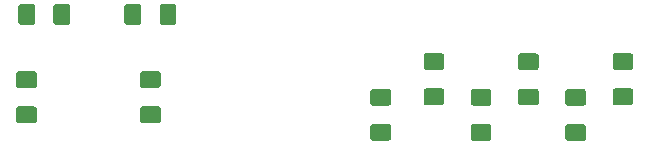
<source format=gbr>
%TF.GenerationSoftware,KiCad,Pcbnew,(5.1.5)-3*%
%TF.CreationDate,2020-05-16T12:13:26+02:00*%
%TF.ProjectId,30_PCB,33305f50-4342-42e6-9b69-6361645f7063,V1.1*%
%TF.SameCoordinates,Original*%
%TF.FileFunction,Paste,Top*%
%TF.FilePolarity,Positive*%
%FSLAX46Y46*%
G04 Gerber Fmt 4.6, Leading zero omitted, Abs format (unit mm)*
G04 Created by KiCad (PCBNEW (5.1.5)-3) date 2020-05-16 12:13:26*
%MOMM*%
%LPD*%
G04 APERTURE LIST*
%ADD10C,0.100000*%
G04 APERTURE END LIST*
D10*
G36*
X92149504Y-73276204D02*
G01*
X92173773Y-73279804D01*
X92197571Y-73285765D01*
X92220671Y-73294030D01*
X92242849Y-73304520D01*
X92263893Y-73317133D01*
X92283598Y-73331747D01*
X92301777Y-73348223D01*
X92318253Y-73366402D01*
X92332867Y-73386107D01*
X92345480Y-73407151D01*
X92355970Y-73429329D01*
X92364235Y-73452429D01*
X92370196Y-73476227D01*
X92373796Y-73500496D01*
X92375000Y-73525000D01*
X92375000Y-74450000D01*
X92373796Y-74474504D01*
X92370196Y-74498773D01*
X92364235Y-74522571D01*
X92355970Y-74545671D01*
X92345480Y-74567849D01*
X92332867Y-74588893D01*
X92318253Y-74608598D01*
X92301777Y-74626777D01*
X92283598Y-74643253D01*
X92263893Y-74657867D01*
X92242849Y-74670480D01*
X92220671Y-74680970D01*
X92197571Y-74689235D01*
X92173773Y-74695196D01*
X92149504Y-74698796D01*
X92125000Y-74700000D01*
X90875000Y-74700000D01*
X90850496Y-74698796D01*
X90826227Y-74695196D01*
X90802429Y-74689235D01*
X90779329Y-74680970D01*
X90757151Y-74670480D01*
X90736107Y-74657867D01*
X90716402Y-74643253D01*
X90698223Y-74626777D01*
X90681747Y-74608598D01*
X90667133Y-74588893D01*
X90654520Y-74567849D01*
X90644030Y-74545671D01*
X90635765Y-74522571D01*
X90629804Y-74498773D01*
X90626204Y-74474504D01*
X90625000Y-74450000D01*
X90625000Y-73525000D01*
X90626204Y-73500496D01*
X90629804Y-73476227D01*
X90635765Y-73452429D01*
X90644030Y-73429329D01*
X90654520Y-73407151D01*
X90667133Y-73386107D01*
X90681747Y-73366402D01*
X90698223Y-73348223D01*
X90716402Y-73331747D01*
X90736107Y-73317133D01*
X90757151Y-73304520D01*
X90779329Y-73294030D01*
X90802429Y-73285765D01*
X90826227Y-73279804D01*
X90850496Y-73276204D01*
X90875000Y-73275000D01*
X92125000Y-73275000D01*
X92149504Y-73276204D01*
G37*
G36*
X92149504Y-70301204D02*
G01*
X92173773Y-70304804D01*
X92197571Y-70310765D01*
X92220671Y-70319030D01*
X92242849Y-70329520D01*
X92263893Y-70342133D01*
X92283598Y-70356747D01*
X92301777Y-70373223D01*
X92318253Y-70391402D01*
X92332867Y-70411107D01*
X92345480Y-70432151D01*
X92355970Y-70454329D01*
X92364235Y-70477429D01*
X92370196Y-70501227D01*
X92373796Y-70525496D01*
X92375000Y-70550000D01*
X92375000Y-71475000D01*
X92373796Y-71499504D01*
X92370196Y-71523773D01*
X92364235Y-71547571D01*
X92355970Y-71570671D01*
X92345480Y-71592849D01*
X92332867Y-71613893D01*
X92318253Y-71633598D01*
X92301777Y-71651777D01*
X92283598Y-71668253D01*
X92263893Y-71682867D01*
X92242849Y-71695480D01*
X92220671Y-71705970D01*
X92197571Y-71714235D01*
X92173773Y-71720196D01*
X92149504Y-71723796D01*
X92125000Y-71725000D01*
X90875000Y-71725000D01*
X90850496Y-71723796D01*
X90826227Y-71720196D01*
X90802429Y-71714235D01*
X90779329Y-71705970D01*
X90757151Y-71695480D01*
X90736107Y-71682867D01*
X90716402Y-71668253D01*
X90698223Y-71651777D01*
X90681747Y-71633598D01*
X90667133Y-71613893D01*
X90654520Y-71592849D01*
X90644030Y-71570671D01*
X90635765Y-71547571D01*
X90629804Y-71523773D01*
X90626204Y-71499504D01*
X90625000Y-71475000D01*
X90625000Y-70550000D01*
X90626204Y-70525496D01*
X90629804Y-70501227D01*
X90635765Y-70477429D01*
X90644030Y-70454329D01*
X90654520Y-70432151D01*
X90667133Y-70411107D01*
X90681747Y-70391402D01*
X90698223Y-70373223D01*
X90716402Y-70356747D01*
X90736107Y-70342133D01*
X90757151Y-70329520D01*
X90779329Y-70319030D01*
X90802429Y-70310765D01*
X90826227Y-70304804D01*
X90850496Y-70301204D01*
X90875000Y-70300000D01*
X92125000Y-70300000D01*
X92149504Y-70301204D01*
G37*
G36*
X111649504Y-74776204D02*
G01*
X111673773Y-74779804D01*
X111697571Y-74785765D01*
X111720671Y-74794030D01*
X111742849Y-74804520D01*
X111763893Y-74817133D01*
X111783598Y-74831747D01*
X111801777Y-74848223D01*
X111818253Y-74866402D01*
X111832867Y-74886107D01*
X111845480Y-74907151D01*
X111855970Y-74929329D01*
X111864235Y-74952429D01*
X111870196Y-74976227D01*
X111873796Y-75000496D01*
X111875000Y-75025000D01*
X111875000Y-75950000D01*
X111873796Y-75974504D01*
X111870196Y-75998773D01*
X111864235Y-76022571D01*
X111855970Y-76045671D01*
X111845480Y-76067849D01*
X111832867Y-76088893D01*
X111818253Y-76108598D01*
X111801777Y-76126777D01*
X111783598Y-76143253D01*
X111763893Y-76157867D01*
X111742849Y-76170480D01*
X111720671Y-76180970D01*
X111697571Y-76189235D01*
X111673773Y-76195196D01*
X111649504Y-76198796D01*
X111625000Y-76200000D01*
X110375000Y-76200000D01*
X110350496Y-76198796D01*
X110326227Y-76195196D01*
X110302429Y-76189235D01*
X110279329Y-76180970D01*
X110257151Y-76170480D01*
X110236107Y-76157867D01*
X110216402Y-76143253D01*
X110198223Y-76126777D01*
X110181747Y-76108598D01*
X110167133Y-76088893D01*
X110154520Y-76067849D01*
X110144030Y-76045671D01*
X110135765Y-76022571D01*
X110129804Y-75998773D01*
X110126204Y-75974504D01*
X110125000Y-75950000D01*
X110125000Y-75025000D01*
X110126204Y-75000496D01*
X110129804Y-74976227D01*
X110135765Y-74952429D01*
X110144030Y-74929329D01*
X110154520Y-74907151D01*
X110167133Y-74886107D01*
X110181747Y-74866402D01*
X110198223Y-74848223D01*
X110216402Y-74831747D01*
X110236107Y-74817133D01*
X110257151Y-74804520D01*
X110279329Y-74794030D01*
X110302429Y-74785765D01*
X110326227Y-74779804D01*
X110350496Y-74776204D01*
X110375000Y-74775000D01*
X111625000Y-74775000D01*
X111649504Y-74776204D01*
G37*
G36*
X111649504Y-71801204D02*
G01*
X111673773Y-71804804D01*
X111697571Y-71810765D01*
X111720671Y-71819030D01*
X111742849Y-71829520D01*
X111763893Y-71842133D01*
X111783598Y-71856747D01*
X111801777Y-71873223D01*
X111818253Y-71891402D01*
X111832867Y-71911107D01*
X111845480Y-71932151D01*
X111855970Y-71954329D01*
X111864235Y-71977429D01*
X111870196Y-72001227D01*
X111873796Y-72025496D01*
X111875000Y-72050000D01*
X111875000Y-72975000D01*
X111873796Y-72999504D01*
X111870196Y-73023773D01*
X111864235Y-73047571D01*
X111855970Y-73070671D01*
X111845480Y-73092849D01*
X111832867Y-73113893D01*
X111818253Y-73133598D01*
X111801777Y-73151777D01*
X111783598Y-73168253D01*
X111763893Y-73182867D01*
X111742849Y-73195480D01*
X111720671Y-73205970D01*
X111697571Y-73214235D01*
X111673773Y-73220196D01*
X111649504Y-73223796D01*
X111625000Y-73225000D01*
X110375000Y-73225000D01*
X110350496Y-73223796D01*
X110326227Y-73220196D01*
X110302429Y-73214235D01*
X110279329Y-73205970D01*
X110257151Y-73195480D01*
X110236107Y-73182867D01*
X110216402Y-73168253D01*
X110198223Y-73151777D01*
X110181747Y-73133598D01*
X110167133Y-73113893D01*
X110154520Y-73092849D01*
X110144030Y-73070671D01*
X110135765Y-73047571D01*
X110129804Y-73023773D01*
X110126204Y-72999504D01*
X110125000Y-72975000D01*
X110125000Y-72050000D01*
X110126204Y-72025496D01*
X110129804Y-72001227D01*
X110135765Y-71977429D01*
X110144030Y-71954329D01*
X110154520Y-71932151D01*
X110167133Y-71911107D01*
X110181747Y-71891402D01*
X110198223Y-71873223D01*
X110216402Y-71856747D01*
X110236107Y-71842133D01*
X110257151Y-71829520D01*
X110279329Y-71819030D01*
X110302429Y-71810765D01*
X110326227Y-71804804D01*
X110350496Y-71801204D01*
X110375000Y-71800000D01*
X111625000Y-71800000D01*
X111649504Y-71801204D01*
G37*
G36*
X120149504Y-71801204D02*
G01*
X120173773Y-71804804D01*
X120197571Y-71810765D01*
X120220671Y-71819030D01*
X120242849Y-71829520D01*
X120263893Y-71842133D01*
X120283598Y-71856747D01*
X120301777Y-71873223D01*
X120318253Y-71891402D01*
X120332867Y-71911107D01*
X120345480Y-71932151D01*
X120355970Y-71954329D01*
X120364235Y-71977429D01*
X120370196Y-72001227D01*
X120373796Y-72025496D01*
X120375000Y-72050000D01*
X120375000Y-72975000D01*
X120373796Y-72999504D01*
X120370196Y-73023773D01*
X120364235Y-73047571D01*
X120355970Y-73070671D01*
X120345480Y-73092849D01*
X120332867Y-73113893D01*
X120318253Y-73133598D01*
X120301777Y-73151777D01*
X120283598Y-73168253D01*
X120263893Y-73182867D01*
X120242849Y-73195480D01*
X120220671Y-73205970D01*
X120197571Y-73214235D01*
X120173773Y-73220196D01*
X120149504Y-73223796D01*
X120125000Y-73225000D01*
X118875000Y-73225000D01*
X118850496Y-73223796D01*
X118826227Y-73220196D01*
X118802429Y-73214235D01*
X118779329Y-73205970D01*
X118757151Y-73195480D01*
X118736107Y-73182867D01*
X118716402Y-73168253D01*
X118698223Y-73151777D01*
X118681747Y-73133598D01*
X118667133Y-73113893D01*
X118654520Y-73092849D01*
X118644030Y-73070671D01*
X118635765Y-73047571D01*
X118629804Y-73023773D01*
X118626204Y-72999504D01*
X118625000Y-72975000D01*
X118625000Y-72050000D01*
X118626204Y-72025496D01*
X118629804Y-72001227D01*
X118635765Y-71977429D01*
X118644030Y-71954329D01*
X118654520Y-71932151D01*
X118667133Y-71911107D01*
X118681747Y-71891402D01*
X118698223Y-71873223D01*
X118716402Y-71856747D01*
X118736107Y-71842133D01*
X118757151Y-71829520D01*
X118779329Y-71819030D01*
X118802429Y-71810765D01*
X118826227Y-71804804D01*
X118850496Y-71801204D01*
X118875000Y-71800000D01*
X120125000Y-71800000D01*
X120149504Y-71801204D01*
G37*
G36*
X120149504Y-74776204D02*
G01*
X120173773Y-74779804D01*
X120197571Y-74785765D01*
X120220671Y-74794030D01*
X120242849Y-74804520D01*
X120263893Y-74817133D01*
X120283598Y-74831747D01*
X120301777Y-74848223D01*
X120318253Y-74866402D01*
X120332867Y-74886107D01*
X120345480Y-74907151D01*
X120355970Y-74929329D01*
X120364235Y-74952429D01*
X120370196Y-74976227D01*
X120373796Y-75000496D01*
X120375000Y-75025000D01*
X120375000Y-75950000D01*
X120373796Y-75974504D01*
X120370196Y-75998773D01*
X120364235Y-76022571D01*
X120355970Y-76045671D01*
X120345480Y-76067849D01*
X120332867Y-76088893D01*
X120318253Y-76108598D01*
X120301777Y-76126777D01*
X120283598Y-76143253D01*
X120263893Y-76157867D01*
X120242849Y-76170480D01*
X120220671Y-76180970D01*
X120197571Y-76189235D01*
X120173773Y-76195196D01*
X120149504Y-76198796D01*
X120125000Y-76200000D01*
X118875000Y-76200000D01*
X118850496Y-76198796D01*
X118826227Y-76195196D01*
X118802429Y-76189235D01*
X118779329Y-76180970D01*
X118757151Y-76170480D01*
X118736107Y-76157867D01*
X118716402Y-76143253D01*
X118698223Y-76126777D01*
X118681747Y-76108598D01*
X118667133Y-76088893D01*
X118654520Y-76067849D01*
X118644030Y-76045671D01*
X118635765Y-76022571D01*
X118629804Y-75998773D01*
X118626204Y-75974504D01*
X118625000Y-75950000D01*
X118625000Y-75025000D01*
X118626204Y-75000496D01*
X118629804Y-74976227D01*
X118635765Y-74952429D01*
X118644030Y-74929329D01*
X118654520Y-74907151D01*
X118667133Y-74886107D01*
X118681747Y-74866402D01*
X118698223Y-74848223D01*
X118716402Y-74831747D01*
X118736107Y-74817133D01*
X118757151Y-74804520D01*
X118779329Y-74794030D01*
X118802429Y-74785765D01*
X118826227Y-74779804D01*
X118850496Y-74776204D01*
X118875000Y-74775000D01*
X120125000Y-74775000D01*
X120149504Y-74776204D01*
G37*
G36*
X128149504Y-74788704D02*
G01*
X128173773Y-74792304D01*
X128197571Y-74798265D01*
X128220671Y-74806530D01*
X128242849Y-74817020D01*
X128263893Y-74829633D01*
X128283598Y-74844247D01*
X128301777Y-74860723D01*
X128318253Y-74878902D01*
X128332867Y-74898607D01*
X128345480Y-74919651D01*
X128355970Y-74941829D01*
X128364235Y-74964929D01*
X128370196Y-74988727D01*
X128373796Y-75012996D01*
X128375000Y-75037500D01*
X128375000Y-75962500D01*
X128373796Y-75987004D01*
X128370196Y-76011273D01*
X128364235Y-76035071D01*
X128355970Y-76058171D01*
X128345480Y-76080349D01*
X128332867Y-76101393D01*
X128318253Y-76121098D01*
X128301777Y-76139277D01*
X128283598Y-76155753D01*
X128263893Y-76170367D01*
X128242849Y-76182980D01*
X128220671Y-76193470D01*
X128197571Y-76201735D01*
X128173773Y-76207696D01*
X128149504Y-76211296D01*
X128125000Y-76212500D01*
X126875000Y-76212500D01*
X126850496Y-76211296D01*
X126826227Y-76207696D01*
X126802429Y-76201735D01*
X126779329Y-76193470D01*
X126757151Y-76182980D01*
X126736107Y-76170367D01*
X126716402Y-76155753D01*
X126698223Y-76139277D01*
X126681747Y-76121098D01*
X126667133Y-76101393D01*
X126654520Y-76080349D01*
X126644030Y-76058171D01*
X126635765Y-76035071D01*
X126629804Y-76011273D01*
X126626204Y-75987004D01*
X126625000Y-75962500D01*
X126625000Y-75037500D01*
X126626204Y-75012996D01*
X126629804Y-74988727D01*
X126635765Y-74964929D01*
X126644030Y-74941829D01*
X126654520Y-74919651D01*
X126667133Y-74898607D01*
X126681747Y-74878902D01*
X126698223Y-74860723D01*
X126716402Y-74844247D01*
X126736107Y-74829633D01*
X126757151Y-74817020D01*
X126779329Y-74806530D01*
X126802429Y-74798265D01*
X126826227Y-74792304D01*
X126850496Y-74788704D01*
X126875000Y-74787500D01*
X128125000Y-74787500D01*
X128149504Y-74788704D01*
G37*
G36*
X128149504Y-71813704D02*
G01*
X128173773Y-71817304D01*
X128197571Y-71823265D01*
X128220671Y-71831530D01*
X128242849Y-71842020D01*
X128263893Y-71854633D01*
X128283598Y-71869247D01*
X128301777Y-71885723D01*
X128318253Y-71903902D01*
X128332867Y-71923607D01*
X128345480Y-71944651D01*
X128355970Y-71966829D01*
X128364235Y-71989929D01*
X128370196Y-72013727D01*
X128373796Y-72037996D01*
X128375000Y-72062500D01*
X128375000Y-72987500D01*
X128373796Y-73012004D01*
X128370196Y-73036273D01*
X128364235Y-73060071D01*
X128355970Y-73083171D01*
X128345480Y-73105349D01*
X128332867Y-73126393D01*
X128318253Y-73146098D01*
X128301777Y-73164277D01*
X128283598Y-73180753D01*
X128263893Y-73195367D01*
X128242849Y-73207980D01*
X128220671Y-73218470D01*
X128197571Y-73226735D01*
X128173773Y-73232696D01*
X128149504Y-73236296D01*
X128125000Y-73237500D01*
X126875000Y-73237500D01*
X126850496Y-73236296D01*
X126826227Y-73232696D01*
X126802429Y-73226735D01*
X126779329Y-73218470D01*
X126757151Y-73207980D01*
X126736107Y-73195367D01*
X126716402Y-73180753D01*
X126698223Y-73164277D01*
X126681747Y-73146098D01*
X126667133Y-73126393D01*
X126654520Y-73105349D01*
X126644030Y-73083171D01*
X126635765Y-73060071D01*
X126629804Y-73036273D01*
X126626204Y-73012004D01*
X126625000Y-72987500D01*
X126625000Y-72062500D01*
X126626204Y-72037996D01*
X126629804Y-72013727D01*
X126635765Y-71989929D01*
X126644030Y-71966829D01*
X126654520Y-71944651D01*
X126667133Y-71923607D01*
X126681747Y-71903902D01*
X126698223Y-71885723D01*
X126716402Y-71869247D01*
X126736107Y-71854633D01*
X126757151Y-71842020D01*
X126779329Y-71831530D01*
X126802429Y-71823265D01*
X126826227Y-71817304D01*
X126850496Y-71813704D01*
X126875000Y-71812500D01*
X128125000Y-71812500D01*
X128149504Y-71813704D01*
G37*
G36*
X81649504Y-70313704D02*
G01*
X81673773Y-70317304D01*
X81697571Y-70323265D01*
X81720671Y-70331530D01*
X81742849Y-70342020D01*
X81763893Y-70354633D01*
X81783598Y-70369247D01*
X81801777Y-70385723D01*
X81818253Y-70403902D01*
X81832867Y-70423607D01*
X81845480Y-70444651D01*
X81855970Y-70466829D01*
X81864235Y-70489929D01*
X81870196Y-70513727D01*
X81873796Y-70537996D01*
X81875000Y-70562500D01*
X81875000Y-71487500D01*
X81873796Y-71512004D01*
X81870196Y-71536273D01*
X81864235Y-71560071D01*
X81855970Y-71583171D01*
X81845480Y-71605349D01*
X81832867Y-71626393D01*
X81818253Y-71646098D01*
X81801777Y-71664277D01*
X81783598Y-71680753D01*
X81763893Y-71695367D01*
X81742849Y-71707980D01*
X81720671Y-71718470D01*
X81697571Y-71726735D01*
X81673773Y-71732696D01*
X81649504Y-71736296D01*
X81625000Y-71737500D01*
X80375000Y-71737500D01*
X80350496Y-71736296D01*
X80326227Y-71732696D01*
X80302429Y-71726735D01*
X80279329Y-71718470D01*
X80257151Y-71707980D01*
X80236107Y-71695367D01*
X80216402Y-71680753D01*
X80198223Y-71664277D01*
X80181747Y-71646098D01*
X80167133Y-71626393D01*
X80154520Y-71605349D01*
X80144030Y-71583171D01*
X80135765Y-71560071D01*
X80129804Y-71536273D01*
X80126204Y-71512004D01*
X80125000Y-71487500D01*
X80125000Y-70562500D01*
X80126204Y-70537996D01*
X80129804Y-70513727D01*
X80135765Y-70489929D01*
X80144030Y-70466829D01*
X80154520Y-70444651D01*
X80167133Y-70423607D01*
X80181747Y-70403902D01*
X80198223Y-70385723D01*
X80216402Y-70369247D01*
X80236107Y-70354633D01*
X80257151Y-70342020D01*
X80279329Y-70331530D01*
X80302429Y-70323265D01*
X80326227Y-70317304D01*
X80350496Y-70313704D01*
X80375000Y-70312500D01*
X81625000Y-70312500D01*
X81649504Y-70313704D01*
G37*
G36*
X81649504Y-73288704D02*
G01*
X81673773Y-73292304D01*
X81697571Y-73298265D01*
X81720671Y-73306530D01*
X81742849Y-73317020D01*
X81763893Y-73329633D01*
X81783598Y-73344247D01*
X81801777Y-73360723D01*
X81818253Y-73378902D01*
X81832867Y-73398607D01*
X81845480Y-73419651D01*
X81855970Y-73441829D01*
X81864235Y-73464929D01*
X81870196Y-73488727D01*
X81873796Y-73512996D01*
X81875000Y-73537500D01*
X81875000Y-74462500D01*
X81873796Y-74487004D01*
X81870196Y-74511273D01*
X81864235Y-74535071D01*
X81855970Y-74558171D01*
X81845480Y-74580349D01*
X81832867Y-74601393D01*
X81818253Y-74621098D01*
X81801777Y-74639277D01*
X81783598Y-74655753D01*
X81763893Y-74670367D01*
X81742849Y-74682980D01*
X81720671Y-74693470D01*
X81697571Y-74701735D01*
X81673773Y-74707696D01*
X81649504Y-74711296D01*
X81625000Y-74712500D01*
X80375000Y-74712500D01*
X80350496Y-74711296D01*
X80326227Y-74707696D01*
X80302429Y-74701735D01*
X80279329Y-74693470D01*
X80257151Y-74682980D01*
X80236107Y-74670367D01*
X80216402Y-74655753D01*
X80198223Y-74639277D01*
X80181747Y-74621098D01*
X80167133Y-74601393D01*
X80154520Y-74580349D01*
X80144030Y-74558171D01*
X80135765Y-74535071D01*
X80129804Y-74511273D01*
X80126204Y-74487004D01*
X80125000Y-74462500D01*
X80125000Y-73537500D01*
X80126204Y-73512996D01*
X80129804Y-73488727D01*
X80135765Y-73464929D01*
X80144030Y-73441829D01*
X80154520Y-73419651D01*
X80167133Y-73398607D01*
X80181747Y-73378902D01*
X80198223Y-73360723D01*
X80216402Y-73344247D01*
X80236107Y-73329633D01*
X80257151Y-73317020D01*
X80279329Y-73306530D01*
X80302429Y-73298265D01*
X80326227Y-73292304D01*
X80350496Y-73288704D01*
X80375000Y-73287500D01*
X81625000Y-73287500D01*
X81649504Y-73288704D01*
G37*
G36*
X116149504Y-71763704D02*
G01*
X116173773Y-71767304D01*
X116197571Y-71773265D01*
X116220671Y-71781530D01*
X116242849Y-71792020D01*
X116263893Y-71804633D01*
X116283598Y-71819247D01*
X116301777Y-71835723D01*
X116318253Y-71853902D01*
X116332867Y-71873607D01*
X116345480Y-71894651D01*
X116355970Y-71916829D01*
X116364235Y-71939929D01*
X116370196Y-71963727D01*
X116373796Y-71987996D01*
X116375000Y-72012500D01*
X116375000Y-72937500D01*
X116373796Y-72962004D01*
X116370196Y-72986273D01*
X116364235Y-73010071D01*
X116355970Y-73033171D01*
X116345480Y-73055349D01*
X116332867Y-73076393D01*
X116318253Y-73096098D01*
X116301777Y-73114277D01*
X116283598Y-73130753D01*
X116263893Y-73145367D01*
X116242849Y-73157980D01*
X116220671Y-73168470D01*
X116197571Y-73176735D01*
X116173773Y-73182696D01*
X116149504Y-73186296D01*
X116125000Y-73187500D01*
X114875000Y-73187500D01*
X114850496Y-73186296D01*
X114826227Y-73182696D01*
X114802429Y-73176735D01*
X114779329Y-73168470D01*
X114757151Y-73157980D01*
X114736107Y-73145367D01*
X114716402Y-73130753D01*
X114698223Y-73114277D01*
X114681747Y-73096098D01*
X114667133Y-73076393D01*
X114654520Y-73055349D01*
X114644030Y-73033171D01*
X114635765Y-73010071D01*
X114629804Y-72986273D01*
X114626204Y-72962004D01*
X114625000Y-72937500D01*
X114625000Y-72012500D01*
X114626204Y-71987996D01*
X114629804Y-71963727D01*
X114635765Y-71939929D01*
X114644030Y-71916829D01*
X114654520Y-71894651D01*
X114667133Y-71873607D01*
X114681747Y-71853902D01*
X114698223Y-71835723D01*
X114716402Y-71819247D01*
X114736107Y-71804633D01*
X114757151Y-71792020D01*
X114779329Y-71781530D01*
X114802429Y-71773265D01*
X114826227Y-71767304D01*
X114850496Y-71763704D01*
X114875000Y-71762500D01*
X116125000Y-71762500D01*
X116149504Y-71763704D01*
G37*
G36*
X116149504Y-68788704D02*
G01*
X116173773Y-68792304D01*
X116197571Y-68798265D01*
X116220671Y-68806530D01*
X116242849Y-68817020D01*
X116263893Y-68829633D01*
X116283598Y-68844247D01*
X116301777Y-68860723D01*
X116318253Y-68878902D01*
X116332867Y-68898607D01*
X116345480Y-68919651D01*
X116355970Y-68941829D01*
X116364235Y-68964929D01*
X116370196Y-68988727D01*
X116373796Y-69012996D01*
X116375000Y-69037500D01*
X116375000Y-69962500D01*
X116373796Y-69987004D01*
X116370196Y-70011273D01*
X116364235Y-70035071D01*
X116355970Y-70058171D01*
X116345480Y-70080349D01*
X116332867Y-70101393D01*
X116318253Y-70121098D01*
X116301777Y-70139277D01*
X116283598Y-70155753D01*
X116263893Y-70170367D01*
X116242849Y-70182980D01*
X116220671Y-70193470D01*
X116197571Y-70201735D01*
X116173773Y-70207696D01*
X116149504Y-70211296D01*
X116125000Y-70212500D01*
X114875000Y-70212500D01*
X114850496Y-70211296D01*
X114826227Y-70207696D01*
X114802429Y-70201735D01*
X114779329Y-70193470D01*
X114757151Y-70182980D01*
X114736107Y-70170367D01*
X114716402Y-70155753D01*
X114698223Y-70139277D01*
X114681747Y-70121098D01*
X114667133Y-70101393D01*
X114654520Y-70080349D01*
X114644030Y-70058171D01*
X114635765Y-70035071D01*
X114629804Y-70011273D01*
X114626204Y-69987004D01*
X114625000Y-69962500D01*
X114625000Y-69037500D01*
X114626204Y-69012996D01*
X114629804Y-68988727D01*
X114635765Y-68964929D01*
X114644030Y-68941829D01*
X114654520Y-68919651D01*
X114667133Y-68898607D01*
X114681747Y-68878902D01*
X114698223Y-68860723D01*
X114716402Y-68844247D01*
X114736107Y-68829633D01*
X114757151Y-68817020D01*
X114779329Y-68806530D01*
X114802429Y-68798265D01*
X114826227Y-68792304D01*
X114850496Y-68788704D01*
X114875000Y-68787500D01*
X116125000Y-68787500D01*
X116149504Y-68788704D01*
G37*
G36*
X124149504Y-68801204D02*
G01*
X124173773Y-68804804D01*
X124197571Y-68810765D01*
X124220671Y-68819030D01*
X124242849Y-68829520D01*
X124263893Y-68842133D01*
X124283598Y-68856747D01*
X124301777Y-68873223D01*
X124318253Y-68891402D01*
X124332867Y-68911107D01*
X124345480Y-68932151D01*
X124355970Y-68954329D01*
X124364235Y-68977429D01*
X124370196Y-69001227D01*
X124373796Y-69025496D01*
X124375000Y-69050000D01*
X124375000Y-69975000D01*
X124373796Y-69999504D01*
X124370196Y-70023773D01*
X124364235Y-70047571D01*
X124355970Y-70070671D01*
X124345480Y-70092849D01*
X124332867Y-70113893D01*
X124318253Y-70133598D01*
X124301777Y-70151777D01*
X124283598Y-70168253D01*
X124263893Y-70182867D01*
X124242849Y-70195480D01*
X124220671Y-70205970D01*
X124197571Y-70214235D01*
X124173773Y-70220196D01*
X124149504Y-70223796D01*
X124125000Y-70225000D01*
X122875000Y-70225000D01*
X122850496Y-70223796D01*
X122826227Y-70220196D01*
X122802429Y-70214235D01*
X122779329Y-70205970D01*
X122757151Y-70195480D01*
X122736107Y-70182867D01*
X122716402Y-70168253D01*
X122698223Y-70151777D01*
X122681747Y-70133598D01*
X122667133Y-70113893D01*
X122654520Y-70092849D01*
X122644030Y-70070671D01*
X122635765Y-70047571D01*
X122629804Y-70023773D01*
X122626204Y-69999504D01*
X122625000Y-69975000D01*
X122625000Y-69050000D01*
X122626204Y-69025496D01*
X122629804Y-69001227D01*
X122635765Y-68977429D01*
X122644030Y-68954329D01*
X122654520Y-68932151D01*
X122667133Y-68911107D01*
X122681747Y-68891402D01*
X122698223Y-68873223D01*
X122716402Y-68856747D01*
X122736107Y-68842133D01*
X122757151Y-68829520D01*
X122779329Y-68819030D01*
X122802429Y-68810765D01*
X122826227Y-68804804D01*
X122850496Y-68801204D01*
X122875000Y-68800000D01*
X124125000Y-68800000D01*
X124149504Y-68801204D01*
G37*
G36*
X124149504Y-71776204D02*
G01*
X124173773Y-71779804D01*
X124197571Y-71785765D01*
X124220671Y-71794030D01*
X124242849Y-71804520D01*
X124263893Y-71817133D01*
X124283598Y-71831747D01*
X124301777Y-71848223D01*
X124318253Y-71866402D01*
X124332867Y-71886107D01*
X124345480Y-71907151D01*
X124355970Y-71929329D01*
X124364235Y-71952429D01*
X124370196Y-71976227D01*
X124373796Y-72000496D01*
X124375000Y-72025000D01*
X124375000Y-72950000D01*
X124373796Y-72974504D01*
X124370196Y-72998773D01*
X124364235Y-73022571D01*
X124355970Y-73045671D01*
X124345480Y-73067849D01*
X124332867Y-73088893D01*
X124318253Y-73108598D01*
X124301777Y-73126777D01*
X124283598Y-73143253D01*
X124263893Y-73157867D01*
X124242849Y-73170480D01*
X124220671Y-73180970D01*
X124197571Y-73189235D01*
X124173773Y-73195196D01*
X124149504Y-73198796D01*
X124125000Y-73200000D01*
X122875000Y-73200000D01*
X122850496Y-73198796D01*
X122826227Y-73195196D01*
X122802429Y-73189235D01*
X122779329Y-73180970D01*
X122757151Y-73170480D01*
X122736107Y-73157867D01*
X122716402Y-73143253D01*
X122698223Y-73126777D01*
X122681747Y-73108598D01*
X122667133Y-73088893D01*
X122654520Y-73067849D01*
X122644030Y-73045671D01*
X122635765Y-73022571D01*
X122629804Y-72998773D01*
X122626204Y-72974504D01*
X122625000Y-72950000D01*
X122625000Y-72025000D01*
X122626204Y-72000496D01*
X122629804Y-71976227D01*
X122635765Y-71952429D01*
X122644030Y-71929329D01*
X122654520Y-71907151D01*
X122667133Y-71886107D01*
X122681747Y-71866402D01*
X122698223Y-71848223D01*
X122716402Y-71831747D01*
X122736107Y-71817133D01*
X122757151Y-71804520D01*
X122779329Y-71794030D01*
X122802429Y-71785765D01*
X122826227Y-71779804D01*
X122850496Y-71776204D01*
X122875000Y-71775000D01*
X124125000Y-71775000D01*
X124149504Y-71776204D01*
G37*
G36*
X132149504Y-71763704D02*
G01*
X132173773Y-71767304D01*
X132197571Y-71773265D01*
X132220671Y-71781530D01*
X132242849Y-71792020D01*
X132263893Y-71804633D01*
X132283598Y-71819247D01*
X132301777Y-71835723D01*
X132318253Y-71853902D01*
X132332867Y-71873607D01*
X132345480Y-71894651D01*
X132355970Y-71916829D01*
X132364235Y-71939929D01*
X132370196Y-71963727D01*
X132373796Y-71987996D01*
X132375000Y-72012500D01*
X132375000Y-72937500D01*
X132373796Y-72962004D01*
X132370196Y-72986273D01*
X132364235Y-73010071D01*
X132355970Y-73033171D01*
X132345480Y-73055349D01*
X132332867Y-73076393D01*
X132318253Y-73096098D01*
X132301777Y-73114277D01*
X132283598Y-73130753D01*
X132263893Y-73145367D01*
X132242849Y-73157980D01*
X132220671Y-73168470D01*
X132197571Y-73176735D01*
X132173773Y-73182696D01*
X132149504Y-73186296D01*
X132125000Y-73187500D01*
X130875000Y-73187500D01*
X130850496Y-73186296D01*
X130826227Y-73182696D01*
X130802429Y-73176735D01*
X130779329Y-73168470D01*
X130757151Y-73157980D01*
X130736107Y-73145367D01*
X130716402Y-73130753D01*
X130698223Y-73114277D01*
X130681747Y-73096098D01*
X130667133Y-73076393D01*
X130654520Y-73055349D01*
X130644030Y-73033171D01*
X130635765Y-73010071D01*
X130629804Y-72986273D01*
X130626204Y-72962004D01*
X130625000Y-72937500D01*
X130625000Y-72012500D01*
X130626204Y-71987996D01*
X130629804Y-71963727D01*
X130635765Y-71939929D01*
X130644030Y-71916829D01*
X130654520Y-71894651D01*
X130667133Y-71873607D01*
X130681747Y-71853902D01*
X130698223Y-71835723D01*
X130716402Y-71819247D01*
X130736107Y-71804633D01*
X130757151Y-71792020D01*
X130779329Y-71781530D01*
X130802429Y-71773265D01*
X130826227Y-71767304D01*
X130850496Y-71763704D01*
X130875000Y-71762500D01*
X132125000Y-71762500D01*
X132149504Y-71763704D01*
G37*
G36*
X132149504Y-68788704D02*
G01*
X132173773Y-68792304D01*
X132197571Y-68798265D01*
X132220671Y-68806530D01*
X132242849Y-68817020D01*
X132263893Y-68829633D01*
X132283598Y-68844247D01*
X132301777Y-68860723D01*
X132318253Y-68878902D01*
X132332867Y-68898607D01*
X132345480Y-68919651D01*
X132355970Y-68941829D01*
X132364235Y-68964929D01*
X132370196Y-68988727D01*
X132373796Y-69012996D01*
X132375000Y-69037500D01*
X132375000Y-69962500D01*
X132373796Y-69987004D01*
X132370196Y-70011273D01*
X132364235Y-70035071D01*
X132355970Y-70058171D01*
X132345480Y-70080349D01*
X132332867Y-70101393D01*
X132318253Y-70121098D01*
X132301777Y-70139277D01*
X132283598Y-70155753D01*
X132263893Y-70170367D01*
X132242849Y-70182980D01*
X132220671Y-70193470D01*
X132197571Y-70201735D01*
X132173773Y-70207696D01*
X132149504Y-70211296D01*
X132125000Y-70212500D01*
X130875000Y-70212500D01*
X130850496Y-70211296D01*
X130826227Y-70207696D01*
X130802429Y-70201735D01*
X130779329Y-70193470D01*
X130757151Y-70182980D01*
X130736107Y-70170367D01*
X130716402Y-70155753D01*
X130698223Y-70139277D01*
X130681747Y-70121098D01*
X130667133Y-70101393D01*
X130654520Y-70080349D01*
X130644030Y-70058171D01*
X130635765Y-70035071D01*
X130629804Y-70011273D01*
X130626204Y-69987004D01*
X130625000Y-69962500D01*
X130625000Y-69037500D01*
X130626204Y-69012996D01*
X130629804Y-68988727D01*
X130635765Y-68964929D01*
X130644030Y-68941829D01*
X130654520Y-68919651D01*
X130667133Y-68898607D01*
X130681747Y-68878902D01*
X130698223Y-68860723D01*
X130716402Y-68844247D01*
X130736107Y-68829633D01*
X130757151Y-68817020D01*
X130779329Y-68806530D01*
X130802429Y-68798265D01*
X130826227Y-68792304D01*
X130850496Y-68788704D01*
X130875000Y-68787500D01*
X132125000Y-68787500D01*
X132149504Y-68788704D01*
G37*
G36*
X93474504Y-64626204D02*
G01*
X93498773Y-64629804D01*
X93522571Y-64635765D01*
X93545671Y-64644030D01*
X93567849Y-64654520D01*
X93588893Y-64667133D01*
X93608598Y-64681747D01*
X93626777Y-64698223D01*
X93643253Y-64716402D01*
X93657867Y-64736107D01*
X93670480Y-64757151D01*
X93680970Y-64779329D01*
X93689235Y-64802429D01*
X93695196Y-64826227D01*
X93698796Y-64850496D01*
X93700000Y-64875000D01*
X93700000Y-66125000D01*
X93698796Y-66149504D01*
X93695196Y-66173773D01*
X93689235Y-66197571D01*
X93680970Y-66220671D01*
X93670480Y-66242849D01*
X93657867Y-66263893D01*
X93643253Y-66283598D01*
X93626777Y-66301777D01*
X93608598Y-66318253D01*
X93588893Y-66332867D01*
X93567849Y-66345480D01*
X93545671Y-66355970D01*
X93522571Y-66364235D01*
X93498773Y-66370196D01*
X93474504Y-66373796D01*
X93450000Y-66375000D01*
X92525000Y-66375000D01*
X92500496Y-66373796D01*
X92476227Y-66370196D01*
X92452429Y-66364235D01*
X92429329Y-66355970D01*
X92407151Y-66345480D01*
X92386107Y-66332867D01*
X92366402Y-66318253D01*
X92348223Y-66301777D01*
X92331747Y-66283598D01*
X92317133Y-66263893D01*
X92304520Y-66242849D01*
X92294030Y-66220671D01*
X92285765Y-66197571D01*
X92279804Y-66173773D01*
X92276204Y-66149504D01*
X92275000Y-66125000D01*
X92275000Y-64875000D01*
X92276204Y-64850496D01*
X92279804Y-64826227D01*
X92285765Y-64802429D01*
X92294030Y-64779329D01*
X92304520Y-64757151D01*
X92317133Y-64736107D01*
X92331747Y-64716402D01*
X92348223Y-64698223D01*
X92366402Y-64681747D01*
X92386107Y-64667133D01*
X92407151Y-64654520D01*
X92429329Y-64644030D01*
X92452429Y-64635765D01*
X92476227Y-64629804D01*
X92500496Y-64626204D01*
X92525000Y-64625000D01*
X93450000Y-64625000D01*
X93474504Y-64626204D01*
G37*
G36*
X90499504Y-64626204D02*
G01*
X90523773Y-64629804D01*
X90547571Y-64635765D01*
X90570671Y-64644030D01*
X90592849Y-64654520D01*
X90613893Y-64667133D01*
X90633598Y-64681747D01*
X90651777Y-64698223D01*
X90668253Y-64716402D01*
X90682867Y-64736107D01*
X90695480Y-64757151D01*
X90705970Y-64779329D01*
X90714235Y-64802429D01*
X90720196Y-64826227D01*
X90723796Y-64850496D01*
X90725000Y-64875000D01*
X90725000Y-66125000D01*
X90723796Y-66149504D01*
X90720196Y-66173773D01*
X90714235Y-66197571D01*
X90705970Y-66220671D01*
X90695480Y-66242849D01*
X90682867Y-66263893D01*
X90668253Y-66283598D01*
X90651777Y-66301777D01*
X90633598Y-66318253D01*
X90613893Y-66332867D01*
X90592849Y-66345480D01*
X90570671Y-66355970D01*
X90547571Y-66364235D01*
X90523773Y-66370196D01*
X90499504Y-66373796D01*
X90475000Y-66375000D01*
X89550000Y-66375000D01*
X89525496Y-66373796D01*
X89501227Y-66370196D01*
X89477429Y-66364235D01*
X89454329Y-66355970D01*
X89432151Y-66345480D01*
X89411107Y-66332867D01*
X89391402Y-66318253D01*
X89373223Y-66301777D01*
X89356747Y-66283598D01*
X89342133Y-66263893D01*
X89329520Y-66242849D01*
X89319030Y-66220671D01*
X89310765Y-66197571D01*
X89304804Y-66173773D01*
X89301204Y-66149504D01*
X89300000Y-66125000D01*
X89300000Y-64875000D01*
X89301204Y-64850496D01*
X89304804Y-64826227D01*
X89310765Y-64802429D01*
X89319030Y-64779329D01*
X89329520Y-64757151D01*
X89342133Y-64736107D01*
X89356747Y-64716402D01*
X89373223Y-64698223D01*
X89391402Y-64681747D01*
X89411107Y-64667133D01*
X89432151Y-64654520D01*
X89454329Y-64644030D01*
X89477429Y-64635765D01*
X89501227Y-64629804D01*
X89525496Y-64626204D01*
X89550000Y-64625000D01*
X90475000Y-64625000D01*
X90499504Y-64626204D01*
G37*
G36*
X84487004Y-64626204D02*
G01*
X84511273Y-64629804D01*
X84535071Y-64635765D01*
X84558171Y-64644030D01*
X84580349Y-64654520D01*
X84601393Y-64667133D01*
X84621098Y-64681747D01*
X84639277Y-64698223D01*
X84655753Y-64716402D01*
X84670367Y-64736107D01*
X84682980Y-64757151D01*
X84693470Y-64779329D01*
X84701735Y-64802429D01*
X84707696Y-64826227D01*
X84711296Y-64850496D01*
X84712500Y-64875000D01*
X84712500Y-66125000D01*
X84711296Y-66149504D01*
X84707696Y-66173773D01*
X84701735Y-66197571D01*
X84693470Y-66220671D01*
X84682980Y-66242849D01*
X84670367Y-66263893D01*
X84655753Y-66283598D01*
X84639277Y-66301777D01*
X84621098Y-66318253D01*
X84601393Y-66332867D01*
X84580349Y-66345480D01*
X84558171Y-66355970D01*
X84535071Y-66364235D01*
X84511273Y-66370196D01*
X84487004Y-66373796D01*
X84462500Y-66375000D01*
X83537500Y-66375000D01*
X83512996Y-66373796D01*
X83488727Y-66370196D01*
X83464929Y-66364235D01*
X83441829Y-66355970D01*
X83419651Y-66345480D01*
X83398607Y-66332867D01*
X83378902Y-66318253D01*
X83360723Y-66301777D01*
X83344247Y-66283598D01*
X83329633Y-66263893D01*
X83317020Y-66242849D01*
X83306530Y-66220671D01*
X83298265Y-66197571D01*
X83292304Y-66173773D01*
X83288704Y-66149504D01*
X83287500Y-66125000D01*
X83287500Y-64875000D01*
X83288704Y-64850496D01*
X83292304Y-64826227D01*
X83298265Y-64802429D01*
X83306530Y-64779329D01*
X83317020Y-64757151D01*
X83329633Y-64736107D01*
X83344247Y-64716402D01*
X83360723Y-64698223D01*
X83378902Y-64681747D01*
X83398607Y-64667133D01*
X83419651Y-64654520D01*
X83441829Y-64644030D01*
X83464929Y-64635765D01*
X83488727Y-64629804D01*
X83512996Y-64626204D01*
X83537500Y-64625000D01*
X84462500Y-64625000D01*
X84487004Y-64626204D01*
G37*
G36*
X81512004Y-64626204D02*
G01*
X81536273Y-64629804D01*
X81560071Y-64635765D01*
X81583171Y-64644030D01*
X81605349Y-64654520D01*
X81626393Y-64667133D01*
X81646098Y-64681747D01*
X81664277Y-64698223D01*
X81680753Y-64716402D01*
X81695367Y-64736107D01*
X81707980Y-64757151D01*
X81718470Y-64779329D01*
X81726735Y-64802429D01*
X81732696Y-64826227D01*
X81736296Y-64850496D01*
X81737500Y-64875000D01*
X81737500Y-66125000D01*
X81736296Y-66149504D01*
X81732696Y-66173773D01*
X81726735Y-66197571D01*
X81718470Y-66220671D01*
X81707980Y-66242849D01*
X81695367Y-66263893D01*
X81680753Y-66283598D01*
X81664277Y-66301777D01*
X81646098Y-66318253D01*
X81626393Y-66332867D01*
X81605349Y-66345480D01*
X81583171Y-66355970D01*
X81560071Y-66364235D01*
X81536273Y-66370196D01*
X81512004Y-66373796D01*
X81487500Y-66375000D01*
X80562500Y-66375000D01*
X80537996Y-66373796D01*
X80513727Y-66370196D01*
X80489929Y-66364235D01*
X80466829Y-66355970D01*
X80444651Y-66345480D01*
X80423607Y-66332867D01*
X80403902Y-66318253D01*
X80385723Y-66301777D01*
X80369247Y-66283598D01*
X80354633Y-66263893D01*
X80342020Y-66242849D01*
X80331530Y-66220671D01*
X80323265Y-66197571D01*
X80317304Y-66173773D01*
X80313704Y-66149504D01*
X80312500Y-66125000D01*
X80312500Y-64875000D01*
X80313704Y-64850496D01*
X80317304Y-64826227D01*
X80323265Y-64802429D01*
X80331530Y-64779329D01*
X80342020Y-64757151D01*
X80354633Y-64736107D01*
X80369247Y-64716402D01*
X80385723Y-64698223D01*
X80403902Y-64681747D01*
X80423607Y-64667133D01*
X80444651Y-64654520D01*
X80466829Y-64644030D01*
X80489929Y-64635765D01*
X80513727Y-64629804D01*
X80537996Y-64626204D01*
X80562500Y-64625000D01*
X81487500Y-64625000D01*
X81512004Y-64626204D01*
G37*
M02*

</source>
